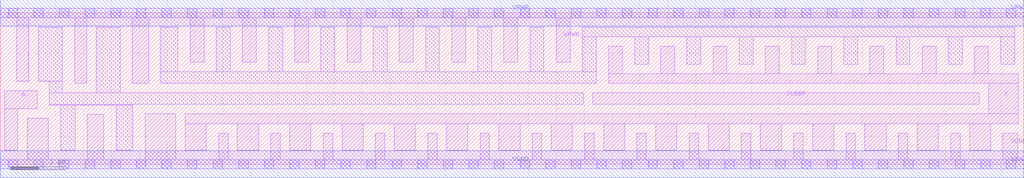
<source format=lef>
# Copyright 2020 The SkyWater PDK Authors
#
# Licensed under the Apache License, Version 2.0 (the "License");
# you may not use this file except in compliance with the License.
# You may obtain a copy of the License at
#
#     https://www.apache.org/licenses/LICENSE-2.0
#
# Unless required by applicable law or agreed to in writing, software
# distributed under the License is distributed on an "AS IS" BASIS,
# WITHOUT WARRANTIES OR CONDITIONS OF ANY KIND, either express or implied.
# See the License for the specific language governing permissions and
# limitations under the License.
#
# SPDX-License-Identifier: Apache-2.0

VERSION 5.7 ;
  NAMESCASESENSITIVE ON ;
  NOWIREEXTENSIONATPIN ON ;
  DIVIDERCHAR "/" ;
  BUSBITCHARS "[]" ;
UNITS
  DATABASE MICRONS 200 ;
END UNITS
PROPERTYDEFINITIONS
  MACRO maskLayoutSubType STRING ;
  MACRO prCellType STRING ;
  MACRO originalViewName STRING ;
END PROPERTYDEFINITIONS
MACRO sky130_fd_sc_hdll__isobufsrc_16
  CLASS CORE ;
  FOREIGN sky130_fd_sc_hdll__isobufsrc_16 ;
  ORIGIN  0.000000  0.000000 ;
  SIZE  18.40000 BY  2.720000 ;
  SYMMETRY X Y R90 ;
  SITE unithd ;
  PIN A
    ANTENNAGATEAREA  1.110000 ;
    DIRECTION INPUT ;
    USE SIGNAL ;
    PORT
      LAYER li1 ;
        RECT 0.085000 0.255000 0.315000 0.995000 ;
        RECT 0.085000 0.995000 0.665000 1.325000 ;
    END
  END A
  PIN SLEEP
    ANTENNAGATEAREA  4.440000 ;
    DIRECTION INPUT ;
    USE SIGNAL ;
    PORT
      LAYER li1 ;
        RECT 10.650000 1.075000 17.600000 1.285000 ;
    END
  END SLEEP
  PIN X
    ANTENNADIFFAREA  5.713000 ;
    DIRECTION OUTPUT ;
    USE SIGNAL ;
    PORT
      LAYER li1 ;
        RECT  3.325000 0.255000  3.705000 0.725000 ;
        RECT  3.325000 0.725000 18.305000 0.905000 ;
        RECT  4.265000 0.255000  4.645000 0.725000 ;
        RECT  5.205000 0.255000  5.585000 0.725000 ;
        RECT  6.145000 0.255000  6.525000 0.725000 ;
        RECT  7.085000 0.255000  7.465000 0.725000 ;
        RECT  8.025000 0.255000  8.405000 0.725000 ;
        RECT  8.965000 0.255000  9.345000 0.725000 ;
        RECT  9.905000 0.255000 10.285000 0.725000 ;
        RECT 10.845000 0.255000 11.225000 0.725000 ;
        RECT 10.935000 1.455000 18.305000 1.625000 ;
        RECT 10.935000 1.625000 11.185000 2.125000 ;
        RECT 11.785000 0.255000 12.165000 0.725000 ;
        RECT 11.875000 1.625000 12.125000 2.125000 ;
        RECT 12.725000 0.255000 13.105000 0.725000 ;
        RECT 12.815000 1.625000 13.065000 2.125000 ;
        RECT 13.665000 0.255000 14.045000 0.725000 ;
        RECT 13.755000 1.625000 14.005000 2.125000 ;
        RECT 14.605000 0.255000 14.985000 0.725000 ;
        RECT 14.695000 1.625000 14.945000 2.125000 ;
        RECT 15.545000 0.255000 15.925000 0.725000 ;
        RECT 15.635000 1.625000 15.885000 2.125000 ;
        RECT 16.485000 0.255000 16.865000 0.725000 ;
        RECT 16.575000 1.625000 16.825000 2.125000 ;
        RECT 17.425000 0.255000 17.805000 0.725000 ;
        RECT 17.515000 1.625000 17.765000 2.125000 ;
        RECT 17.770000 0.905000 18.305000 1.455000 ;
    END
  END X
  PIN VGND
    DIRECTION INOUT ;
    USE GROUND ;
    PORT
      LAYER li1 ;
        RECT  0.000000 -0.085000 18.400000 0.085000 ;
        RECT  0.485000  0.085000  0.865000 0.825000 ;
        RECT  1.565000  0.085000  1.865000 0.895000 ;
        RECT  2.605000  0.085000  3.155000 0.905000 ;
        RECT  3.925000  0.085000  4.095000 0.555000 ;
        RECT  4.865000  0.085000  5.035000 0.555000 ;
        RECT  5.805000  0.085000  5.975000 0.555000 ;
        RECT  6.745000  0.085000  6.915000 0.555000 ;
        RECT  7.685000  0.085000  7.855000 0.555000 ;
        RECT  8.625000  0.085000  8.795000 0.555000 ;
        RECT  9.565000  0.085000  9.735000 0.555000 ;
        RECT 10.505000  0.085000 10.675000 0.555000 ;
        RECT 11.445000  0.085000 11.615000 0.555000 ;
        RECT 12.385000  0.085000 12.555000 0.555000 ;
        RECT 13.325000  0.085000 13.495000 0.555000 ;
        RECT 14.265000  0.085000 14.435000 0.555000 ;
        RECT 15.205000  0.085000 15.375000 0.555000 ;
        RECT 16.145000  0.085000 16.315000 0.555000 ;
        RECT 17.085000  0.085000 17.255000 0.555000 ;
        RECT 18.025000  0.085000 18.295000 0.555000 ;
      LAYER mcon ;
        RECT  0.145000 -0.085000  0.315000 0.085000 ;
        RECT  0.605000 -0.085000  0.775000 0.085000 ;
        RECT  1.065000 -0.085000  1.235000 0.085000 ;
        RECT  1.525000 -0.085000  1.695000 0.085000 ;
        RECT  1.985000 -0.085000  2.155000 0.085000 ;
        RECT  2.445000 -0.085000  2.615000 0.085000 ;
        RECT  2.905000 -0.085000  3.075000 0.085000 ;
        RECT  3.365000 -0.085000  3.535000 0.085000 ;
        RECT  3.825000 -0.085000  3.995000 0.085000 ;
        RECT  4.285000 -0.085000  4.455000 0.085000 ;
        RECT  4.745000 -0.085000  4.915000 0.085000 ;
        RECT  5.205000 -0.085000  5.375000 0.085000 ;
        RECT  5.665000 -0.085000  5.835000 0.085000 ;
        RECT  6.125000 -0.085000  6.295000 0.085000 ;
        RECT  6.585000 -0.085000  6.755000 0.085000 ;
        RECT  7.045000 -0.085000  7.215000 0.085000 ;
        RECT  7.505000 -0.085000  7.675000 0.085000 ;
        RECT  7.965000 -0.085000  8.135000 0.085000 ;
        RECT  8.425000 -0.085000  8.595000 0.085000 ;
        RECT  8.885000 -0.085000  9.055000 0.085000 ;
        RECT  9.345000 -0.085000  9.515000 0.085000 ;
        RECT  9.805000 -0.085000  9.975000 0.085000 ;
        RECT 10.265000 -0.085000 10.435000 0.085000 ;
        RECT 10.725000 -0.085000 10.895000 0.085000 ;
        RECT 11.185000 -0.085000 11.355000 0.085000 ;
        RECT 11.645000 -0.085000 11.815000 0.085000 ;
        RECT 12.105000 -0.085000 12.275000 0.085000 ;
        RECT 12.565000 -0.085000 12.735000 0.085000 ;
        RECT 13.025000 -0.085000 13.195000 0.085000 ;
        RECT 13.485000 -0.085000 13.655000 0.085000 ;
        RECT 13.945000 -0.085000 14.115000 0.085000 ;
        RECT 14.405000 -0.085000 14.575000 0.085000 ;
        RECT 14.865000 -0.085000 15.035000 0.085000 ;
        RECT 15.325000 -0.085000 15.495000 0.085000 ;
        RECT 15.785000 -0.085000 15.955000 0.085000 ;
        RECT 16.245000 -0.085000 16.415000 0.085000 ;
        RECT 16.705000 -0.085000 16.875000 0.085000 ;
        RECT 17.165000 -0.085000 17.335000 0.085000 ;
        RECT 17.625000 -0.085000 17.795000 0.085000 ;
        RECT 18.085000 -0.085000 18.255000 0.085000 ;
      LAYER met1 ;
        RECT 0.000000 -0.240000 18.400000 0.240000 ;
    END
  END VGND
  PIN VPWR
    DIRECTION INOUT ;
    USE POWER ;
    PORT
      LAYER li1 ;
        RECT 0.000000 2.635000 18.400000 2.805000 ;
        RECT 0.300000 1.495000  0.515000 2.635000 ;
        RECT 1.335000 1.455000  1.555000 2.635000 ;
        RECT 2.375000 1.455000  2.670000 2.635000 ;
        RECT 3.415000 1.835000  3.665000 2.635000 ;
        RECT 4.355000 1.835000  4.605000 2.635000 ;
        RECT 5.295000 1.835000  5.545000 2.635000 ;
        RECT 6.235000 1.835000  6.485000 2.635000 ;
        RECT 7.175000 1.835000  7.425000 2.635000 ;
        RECT 8.115000 1.835000  8.365000 2.635000 ;
        RECT 9.055000 1.835000  9.305000 2.635000 ;
        RECT 9.995000 1.835000 10.245000 2.635000 ;
      LAYER mcon ;
        RECT  0.145000 2.635000  0.315000 2.805000 ;
        RECT  0.605000 2.635000  0.775000 2.805000 ;
        RECT  1.065000 2.635000  1.235000 2.805000 ;
        RECT  1.525000 2.635000  1.695000 2.805000 ;
        RECT  1.985000 2.635000  2.155000 2.805000 ;
        RECT  2.445000 2.635000  2.615000 2.805000 ;
        RECT  2.905000 2.635000  3.075000 2.805000 ;
        RECT  3.365000 2.635000  3.535000 2.805000 ;
        RECT  3.825000 2.635000  3.995000 2.805000 ;
        RECT  4.285000 2.635000  4.455000 2.805000 ;
        RECT  4.745000 2.635000  4.915000 2.805000 ;
        RECT  5.205000 2.635000  5.375000 2.805000 ;
        RECT  5.665000 2.635000  5.835000 2.805000 ;
        RECT  6.125000 2.635000  6.295000 2.805000 ;
        RECT  6.585000 2.635000  6.755000 2.805000 ;
        RECT  7.045000 2.635000  7.215000 2.805000 ;
        RECT  7.505000 2.635000  7.675000 2.805000 ;
        RECT  7.965000 2.635000  8.135000 2.805000 ;
        RECT  8.425000 2.635000  8.595000 2.805000 ;
        RECT  8.885000 2.635000  9.055000 2.805000 ;
        RECT  9.345000 2.635000  9.515000 2.805000 ;
        RECT  9.805000 2.635000  9.975000 2.805000 ;
        RECT 10.265000 2.635000 10.435000 2.805000 ;
        RECT 10.725000 2.635000 10.895000 2.805000 ;
        RECT 11.185000 2.635000 11.355000 2.805000 ;
        RECT 11.645000 2.635000 11.815000 2.805000 ;
        RECT 12.105000 2.635000 12.275000 2.805000 ;
        RECT 12.565000 2.635000 12.735000 2.805000 ;
        RECT 13.025000 2.635000 13.195000 2.805000 ;
        RECT 13.485000 2.635000 13.655000 2.805000 ;
        RECT 13.945000 2.635000 14.115000 2.805000 ;
        RECT 14.405000 2.635000 14.575000 2.805000 ;
        RECT 14.865000 2.635000 15.035000 2.805000 ;
        RECT 15.325000 2.635000 15.495000 2.805000 ;
        RECT 15.785000 2.635000 15.955000 2.805000 ;
        RECT 16.245000 2.635000 16.415000 2.805000 ;
        RECT 16.705000 2.635000 16.875000 2.805000 ;
        RECT 17.165000 2.635000 17.335000 2.805000 ;
        RECT 17.625000 2.635000 17.795000 2.805000 ;
        RECT 18.085000 2.635000 18.255000 2.805000 ;
      LAYER met1 ;
        RECT 0.000000 2.480000 18.400000 2.960000 ;
    END
  END VPWR
  OBS
    LAYER li1 ;
      RECT  0.685000 1.495000  1.115000 2.465000 ;
      RECT  0.885000 1.065000  2.385000 1.075000 ;
      RECT  0.885000 1.075000 10.480000 1.285000 ;
      RECT  0.885000 1.285000  1.115000 1.495000 ;
      RECT  1.085000 0.255000  1.345000 1.065000 ;
      RECT  1.725000 1.285000  2.155000 2.465000 ;
      RECT  2.085000 0.255000  2.385000 1.065000 ;
      RECT  2.875000 1.455000 10.715000 1.665000 ;
      RECT  2.875000 1.665000  3.195000 2.465000 ;
      RECT  3.885000 1.665000  4.135000 2.465000 ;
      RECT  4.825000 1.665000  5.075000 2.465000 ;
      RECT  5.765000 1.665000  6.015000 2.465000 ;
      RECT  6.705000 1.665000  6.955000 2.465000 ;
      RECT  7.645000 1.665000  7.895000 2.465000 ;
      RECT  8.585000 1.665000  8.835000 2.465000 ;
      RECT  9.525000 1.665000  9.775000 2.465000 ;
      RECT 10.465000 1.665000 10.715000 2.295000 ;
      RECT 10.465000 2.295000 18.235000 2.465000 ;
      RECT 11.405000 1.795000 11.655000 2.295000 ;
      RECT 12.345000 1.795000 12.595000 2.295000 ;
      RECT 13.285000 1.795000 13.535000 2.295000 ;
      RECT 14.225000 1.795000 14.475000 2.295000 ;
      RECT 15.165000 1.795000 15.415000 2.295000 ;
      RECT 16.105000 1.795000 16.355000 2.295000 ;
      RECT 17.045000 1.795000 17.295000 2.295000 ;
      RECT 17.985000 1.795000 18.235000 2.295000 ;
  END
  PROPERTY maskLayoutSubType "abstract" ;
  PROPERTY prCellType "standard" ;
  PROPERTY originalViewName "layout" ;
END sky130_fd_sc_hdll__isobufsrc_16

</source>
